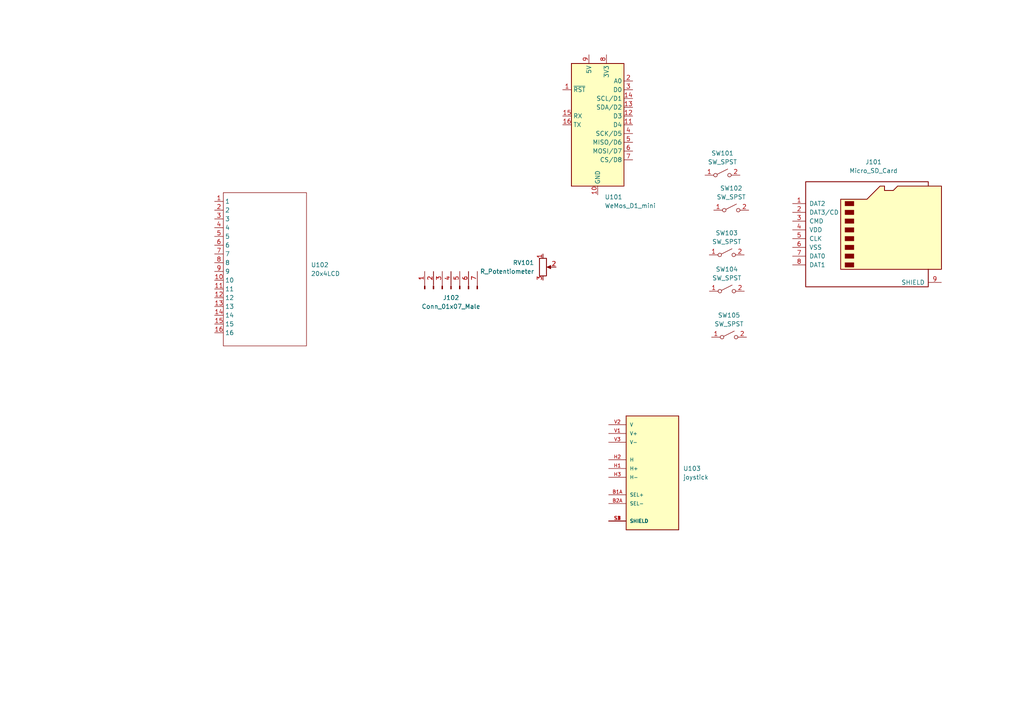
<source format=kicad_sch>
(kicad_sch (version 20211123) (generator eeschema)
  (paper "A4")
  (lib_symbols
    (symbol "Connector:Conn_01x07_Male" (pin_names (offset 1.016) hide)
      (property "Reference" "J" (at 0 10.16 0))
      (property "Value" "Conn_01x07_Male" (at 0 -10.16 0))
      (symbol "Conn_01x07_Male_1_1"
        (polyline (pts (xy 1.27 -7.62) (xy 0.8636 -7.62)) (stroke (width 0.1524)))
        (polyline (pts (xy 1.27 -5.08) (xy 0.8636 -5.08)) (stroke (width 0.1524)))
        (polyline (pts (xy 1.27 -2.54) (xy 0.8636 -2.54)) (stroke (width 0.1524)))
        (polyline (pts (xy 1.27 0) (xy 0.8636 0)) (stroke (width 0.1524)))
        (polyline (pts (xy 1.27 2.54) (xy 0.8636 2.54)) (stroke (width 0.1524)))
        (polyline (pts (xy 1.27 5.08) (xy 0.8636 5.08)) (stroke (width 0.1524)))
        (polyline (pts (xy 1.27 7.62) (xy 0.8636 7.62)) (stroke (width 0.1524)))
        (rectangle (start 0.8636 -7.493) (end 0 -7.747) (stroke (width 0.1524)) (fill (type outline)))
        (rectangle (start 0.8636 -4.953) (end 0 -5.207) (stroke (width 0.1524)) (fill (type outline)))
        (rectangle (start 0.8636 -2.413) (end 0 -2.667) (stroke (width 0.1524)) (fill (type outline)))
        (rectangle (start 0.8636 0.127) (end 0 -0.127) (stroke (width 0.1524)) (fill (type outline)))
        (rectangle (start 0.8636 2.667) (end 0 2.413) (stroke (width 0.1524)) (fill (type outline)))
        (rectangle (start 0.8636 5.207) (end 0 4.953) (stroke (width 0.1524)) (fill (type outline)))
        (rectangle (start 0.8636 7.747) (end 0 7.493) (stroke (width 0.1524)) (fill (type outline)))
        (pin passive line (at 5.08 7.62 180) (length 3.81) (name "Pin_1") (number "1"))
        (pin passive line (at 5.08 5.08 180) (length 3.81) (name "Pin_2") (number "2"))
        (pin passive line (at 5.08 2.54 180) (length 3.81) (name "Pin_3") (number "3"))
        (pin passive line (at 5.08 0 180) (length 3.81) (name "Pin_4") (number "4"))
        (pin passive line (at 5.08 -2.54 180) (length 3.81) (name "Pin_5") (number "5"))
        (pin passive line (at 5.08 -5.08 180) (length 3.81) (name "Pin_6") (number "6"))
        (pin passive line (at 5.08 -7.62 180) (length 3.81) (name "Pin_7") (number "7"))
      )
    )
    (symbol "Connector:Micro_SD_Card" (pin_names (offset 1.016))
      (property "Reference" "J" (at -16.51 15.24 0))
      (property "Value" "Micro_SD_Card" (at 16.51 15.24 0))
      (symbol "Micro_SD_Card_0_1"
        (rectangle (start -7.62 -9.525) (end -5.08 -10.795) (fill (type outline)))
        (rectangle (start -7.62 -6.985) (end -5.08 -8.255) (fill (type outline)))
        (rectangle (start -7.62 -4.445) (end -5.08 -5.715) (fill (type outline)))
        (rectangle (start -7.62 -1.905) (end -5.08 -3.175) (fill (type outline)))
        (rectangle (start -7.62 0.635) (end -5.08 -0.635) (fill (type outline)))
        (rectangle (start -7.62 3.175) (end -5.08 1.905) (fill (type outline)))
        (rectangle (start -7.62 5.715) (end -5.08 4.445) (fill (type outline)))
        (rectangle (start -7.62 8.255) (end -5.08 6.985) (fill (type outline)))
        (polyline (pts (xy 16.51 12.7) (xy 16.51 13.97) (xy -19.05 13.97) (xy -19.05 -16.51) (xy 16.51 -16.51) (xy 16.51 -11.43)) (stroke (width 0.254)))
        (polyline (pts (xy -8.89 -11.43) (xy -8.89 8.89) (xy -1.27 8.89) (xy 2.54 12.7) (xy 3.81 12.7) (xy 3.81 11.43) (xy 6.35 11.43) (xy 7.62 12.7) (xy 20.32 12.7) (xy 20.32 -11.43) (xy -8.89 -11.43)) (stroke (width 0.254)) (fill (type background)))
      )
      (symbol "Micro_SD_Card_1_1"
        (pin bidirectional line (at -22.86 7.62 0) (length 3.81) (name "DAT2") (number "1"))
        (pin bidirectional line (at -22.86 5.08 0) (length 3.81) (name "DAT3/CD") (number "2"))
        (pin input line (at -22.86 2.54 0) (length 3.81) (name "CMD") (number "3"))
        (pin power_in line (at -22.86 0 0) (length 3.81) (name "VDD") (number "4"))
        (pin input line (at -22.86 -2.54 0) (length 3.81) (name "CLK") (number "5"))
        (pin power_in line (at -22.86 -5.08 0) (length 3.81) (name "VSS") (number "6"))
        (pin bidirectional line (at -22.86 -7.62 0) (length 3.81) (name "DAT0") (number "7"))
        (pin bidirectional line (at -22.86 -10.16 0) (length 3.81) (name "DAT1") (number "8"))
        (pin passive line (at 20.32 -15.24 180) (length 3.81) (name "SHIELD") (number "9"))
      )
    )
    (symbol "Device:R_Potentiometer" (pin_names (offset 1.016) hide)
      (property "Reference" "RV" (at -4.445 0 90))
      (property "Value" "R_Potentiometer" (at -2.54 0 90))
      (symbol "R_Potentiometer_0_1"
        (polyline (pts (xy 2.54 0) (xy 1.524 0)))
        (polyline (pts (xy 1.143 0) (xy 2.286 0.508) (xy 2.286 -0.508) (xy 1.143 0)) (fill (type outline)))
        (rectangle (start 1.016 2.54) (end -1.016 -2.54) (stroke (width 0.254)))
      )
      (symbol "R_Potentiometer_1_1"
        (pin passive line (at 0 3.81 270) (length 1.27) (name "1") (number "1"))
        (pin passive line (at 3.81 0 180) (length 1.27) (name "2") (number "2"))
        (pin passive line (at 0 -3.81 90) (length 1.27) (name "3") (number "3"))
      )
    )
    (symbol "MCU_Module:WeMos_D1_mini"
      (property "Reference" "U" (at 3.81 19.05 0))
      (property "Value" "WeMos_D1_mini" (at 1.27 -19.05 0))
      (symbol "WeMos_D1_mini_1_1"
        (rectangle (start -7.62 17.78) (end 7.62 -17.78) (stroke (width 0.254)) (fill (type background)))
        (pin input line (at -10.16 10.16 0) (length 2.54) (name "~{RST}") (number "1"))
        (pin power_in line (at 0 -20.32 90) (length 2.54) (name "GND") (number "10"))
        (pin bidirectional line (at 10.16 0 180) (length 2.54) (name "D4") (number "11"))
        (pin bidirectional line (at 10.16 2.54 180) (length 2.54) (name "D3") (number "12"))
        (pin bidirectional line (at 10.16 5.08 180) (length 2.54) (name "SDA/D2") (number "13"))
        (pin bidirectional line (at 10.16 7.62 180) (length 2.54) (name "SCL/D1") (number "14"))
        (pin input line (at -10.16 2.54 0) (length 2.54) (name "RX") (number "15"))
        (pin output line (at -10.16 0 0) (length 2.54) (name "TX") (number "16"))
        (pin input line (at 10.16 12.7 180) (length 2.54) (name "A0") (number "2"))
        (pin bidirectional line (at 10.16 10.16 180) (length 2.54) (name "D0") (number "3"))
        (pin bidirectional line (at 10.16 -2.54 180) (length 2.54) (name "SCK/D5") (number "4"))
        (pin bidirectional line (at 10.16 -5.08 180) (length 2.54) (name "MISO/D6") (number "5"))
        (pin bidirectional line (at 10.16 -7.62 180) (length 2.54) (name "MOSI/D7") (number "6"))
        (pin bidirectional line (at 10.16 -10.16 180) (length 2.54) (name "CS/D8") (number "7"))
        (pin power_out line (at 2.54 20.32 270) (length 2.54) (name "3V3") (number "8"))
        (pin power_in line (at -2.54 20.32 270) (length 2.54) (name "5V") (number "9"))
      )
    )
    (symbol "Switch:SW_SPST" (pin_names (offset 0) hide)
      (property "Reference" "SW" (at 0 3.175 0))
      (property "Value" "SW_SPST" (at 0 -2.54 0))
      (symbol "SW_SPST_0_0"
        (circle (center -2.032 0) (radius 0.508))
        (polyline (pts (xy -1.524 0.254) (xy 1.524 1.778)))
        (circle (center 2.032 0) (radius 0.508))
      )
      (symbol "SW_SPST_1_1"
        (pin passive line (at -5.08 0 0) (length 2.54) (name "A") (number "1"))
        (pin passive line (at 5.08 0 180) (length 2.54) (name "B") (number "2"))
      )
    )
    (symbol "custom_bas:20x4LCD"
      (property "Reference" "U" (at 0 0 0))
      (property "Value" "20x4LCD" (at 0 -2.54 0))
      (symbol "20x4LCD_0_1"
        (rectangle (start -12.7 6.35) (end 11.43 -38.1) (stroke (width 0.1524)))
      )
      (symbol "20x4LCD_1_1"
        (pin input line (at -15.24 3.81 0) (length 2.54) (name "1") (number "1"))
        (pin input line (at -15.24 -19.05 0) (length 2.54) (name "10") (number "10"))
        (pin input line (at -15.24 -21.59 0) (length 2.54) (name "11") (number "11"))
        (pin input line (at -15.24 -24.13 0) (length 2.54) (name "12") (number "12"))
        (pin input line (at -15.24 -26.67 0) (length 2.54) (name "13") (number "13"))
        (pin input line (at -15.24 -29.21 0) (length 2.54) (name "14") (number "14"))
        (pin input line (at -15.24 -31.75 0) (length 2.54) (name "15") (number "15"))
        (pin input line (at -15.24 -34.29 0) (length 2.54) (name "16") (number "16"))
        (pin input line (at -15.24 1.27 0) (length 2.54) (name "2") (number "2"))
        (pin input line (at -15.24 -1.27 0) (length 2.54) (name "3") (number "3"))
        (pin input line (at -15.24 -3.81 0) (length 2.54) (name "4") (number "4"))
        (pin input line (at -15.24 -6.35 0) (length 2.54) (name "5") (number "5"))
        (pin input line (at -15.24 -8.89 0) (length 2.54) (name "6") (number "6"))
        (pin input line (at -15.24 -11.43 0) (length 2.54) (name "7") (number "7"))
        (pin input line (at -15.24 -13.97 0) (length 2.54) (name "8") (number "8"))
        (pin input line (at -15.24 -16.51 0) (length 2.54) (name "9") (number "9"))
      )
    )
    (symbol "custom_bas:joystick" (pin_names (offset 1.016))
      (property "Reference" "U" (at -7.62 16.002 0))
      (property "Value" "joystick" (at -7.62 -20.32 0))
      (symbol "joystick_0_0"
        (rectangle (start -7.62 -17.78) (end 7.62 15.24) (stroke (width 0.254)) (fill (type background)))
        (pin passive line (at -12.7 -7.62 0) (length 5.08) (name "SEL+") (number "B1A"))
        (pin passive line (at -12.7 -10.16 0) (length 5.08) (name "SEL-") (number "B2A"))
        (pin passive line (at -12.7 0 0) (length 5.08) (name "H+") (number "H1"))
        (pin passive line (at -12.7 2.54 0) (length 5.08) (name "H") (number "H2"))
        (pin passive line (at -12.7 -2.54 0) (length 5.08) (name "H-") (number "H3"))
        (pin passive line (at -12.7 -15.24 0) (length 5.08) (name "SHIELD") (number "S1"))
        (pin passive line (at -12.7 -15.24 0) (length 5.08) (name "SHIELD") (number "S2"))
        (pin passive line (at -12.7 -15.24 0) (length 5.08) (name "SHIELD") (number "S3"))
        (pin passive line (at -12.7 -15.24 0) (length 5.08) (name "SHIELD") (number "S4"))
        (pin passive line (at -12.7 10.16 0) (length 5.08) (name "V+") (number "V1"))
        (pin passive line (at -12.7 12.7 0) (length 5.08) (name "V") (number "V2"))
        (pin passive line (at -12.7 7.62 0) (length 5.08) (name "V-") (number "V3"))
      )
    )
  )
  (symbol (lib_id "Connector:Micro_SD_Card") (at 252.73 66.675 0) (unit 1)
    (property "Reference" "J101" (at 253.365 46.99 0))
    (property "Value" "Micro_SD_Card" (at 253.365 49.53 0))
    (property "Footprint" "Connector_Card:microSD_HC_Hirose_DM3D-SF" (effects hide))
    (property "Datasheet" "http://katalog.we-online.de/em/datasheet/693072010801.pdf" (effects hide))
  )
  (symbol (lib_id "Switch:SW_SPST") (at 211.455 97.79 0) (unit 1)
    (property "Reference" "SW105" (at 211.455 91.44 0))
    (property "Value" "SW_SPST" (at 211.455 93.98 0))
    (property "Footprint" "Button_Switch_THT:SW_PUSH-12mm" (effects hide))
  )
  (symbol (lib_id "Switch:SW_SPST") (at 210.7803 73.9301 0) (unit 1)
    (property "Reference" "SW103" (at 210.7803 67.5801 0))
    (property "Value" "SW_SPST" (at 210.7803 70.1201 0))
    (property "Footprint" "Button_Switch_THT:SW_PUSH-12mm" (effects hide))
  )
  (symbol (lib_id "custom_bas:joystick") (at 189.23 135.89 0) (unit 1)
    (property "Reference" "U103" (at 198.12 135.8899 0) (effects (justify left)))
    (property "Value" "joystick" (at 198.12 138.4299 0) (effects (justify left)))
    (property "Footprint" "custom_kicad_lib_sk:joystick2" (effects hide))
    (property "MANUFACTURER" "SparkFun Electronics" (effects hide))
    (property "PARTREV" "N/A" (effects hide))
    (property "STANDARD" "Manufacturer Recommendations" (effects hide))
    (property "MAXIMUM_PACKAGE_HEIGHT" "30.1mm" (effects hide))
  )
  (symbol (lib_id "custom_bas:20x4LCD") (at 77.47 62.23 0) (unit 1)
    (property "Reference" "U102" (at 90.17 76.8349 0) (effects (justify left)))
    (property "Value" "20x4LCD" (at 90.17 79.3749 0) (effects (justify left)))
    (property "Footprint" "custom_kicad_lib_sk:20x4LCD" (effects hide))
  )
  (symbol (lib_id "MCU_Module:WeMos_D1_mini") (at 173.355 36.195 0) (unit 1)
    (property "Reference" "U101" (at 175.3744 57.15 0) (effects (justify left)))
    (property "Value" "WeMos_D1_mini" (at 175.3744 59.69 0) (effects (justify left)))
    (property "Footprint" "Module:WEMOS_D1_mini_light" (effects hide))
    (property "Datasheet" "https://wiki.wemos.cc/products:d1:d1_mini#documentation" (effects hide))
  )
  (symbol (lib_id "Connector:Conn_01x07_Male") (at 130.81 83.82 90) (unit 1)
    (property "Reference" "J102" (at 130.81 86.36 90))
    (property "Value" "Conn_01x07_Male" (at 130.81 88.9 90))
    (property "Footprint" "custom_kicad_lib_sk:3x4keypad" (effects hide))
  )
  (symbol (lib_id "Switch:SW_SPST") (at 209.55 50.8 0) (unit 1)
    (property "Reference" "SW101" (at 209.55 44.45 0))
    (property "Value" "SW_SPST" (at 209.55 46.99 0))
    (property "Footprint" "Button_Switch_THT:SW_PUSH-12mm" (effects hide))
  )
  (symbol (lib_id "Device:R_Potentiometer") (at 157.48 77.47 0) (unit 1)
    (property "Reference" "RV101" (at 154.94 76.1999 0) (effects (justify right)))
    (property "Value" "R_Potentiometer" (at 154.94 78.7399 0) (effects (justify right)))
    (property "Footprint" "Potentiometer_THT:Potentiometer_Bourns_PTV09A-2_Single_Horizontal" (effects hide))
  )
  (symbol (lib_id "Switch:SW_SPST") (at 212.09 60.96 0) (unit 1)
    (property "Reference" "SW102" (at 212.09 54.61 0))
    (property "Value" "SW_SPST" (at 212.09 57.15 0))
    (property "Footprint" "Button_Switch_THT:SW_PUSH-12mm" (effects hide))
  )
  (symbol (lib_id "Switch:SW_SPST") (at 210.82 84.455 0) (unit 1)
    (property "Reference" "SW104" (at 210.82 78.105 0))
    (property "Value" "SW_SPST" (at 210.82 80.645 0))
    (property "Footprint" "Button_Switch_THT:SW_PUSH-12mm" (effects hide))
  )
)
</source>
